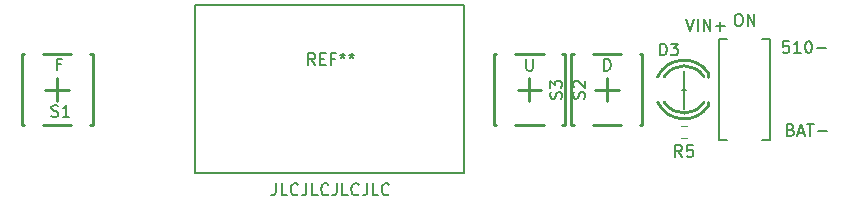
<source format=gbr>
G04 #@! TF.GenerationSoftware,KiCad,Pcbnew,5.1.0-unknown-9e240db~82~ubuntu18.04.1*
G04 #@! TF.CreationDate,2019-04-08T01:00:59+02:00*
G04 #@! TF.ProjectId,VoltMax PWM,566f6c74-4d61-4782-9050-574d2e6b6963,rev?*
G04 #@! TF.SameCoordinates,Original*
G04 #@! TF.FileFunction,Legend,Top*
G04 #@! TF.FilePolarity,Positive*
%FSLAX46Y46*%
G04 Gerber Fmt 4.6, Leading zero omitted, Abs format (unit mm)*
G04 Created by KiCad (PCBNEW 5.1.0-unknown-9e240db~82~ubuntu18.04.1) date 2019-04-08 01:00:59*
%MOMM*%
%LPD*%
G04 APERTURE LIST*
%ADD10C,0.150000*%
%ADD11C,0.200000*%
%ADD12C,0.250000*%
%ADD13C,0.120000*%
G04 APERTURE END LIST*
D10*
X176126071Y-93752380D02*
X176316547Y-93752380D01*
X176411785Y-93800000D01*
X176507023Y-93895238D01*
X176554642Y-94085714D01*
X176554642Y-94419047D01*
X176507023Y-94609523D01*
X176411785Y-94704761D01*
X176316547Y-94752380D01*
X176126071Y-94752380D01*
X176030833Y-94704761D01*
X175935595Y-94609523D01*
X175887976Y-94419047D01*
X175887976Y-94085714D01*
X175935595Y-93895238D01*
X176030833Y-93800000D01*
X176126071Y-93752380D01*
X176983214Y-94752380D02*
X176983214Y-93752380D01*
X177554642Y-94752380D01*
X177554642Y-93752380D01*
X118828928Y-97996171D02*
X118495595Y-97996171D01*
X118495595Y-98519980D02*
X118495595Y-97519980D01*
X118971785Y-97519980D01*
X164818695Y-98552380D02*
X164818695Y-97552380D01*
X165056790Y-97552380D01*
X165199647Y-97600000D01*
X165294885Y-97695238D01*
X165342504Y-97790476D01*
X165390123Y-97980952D01*
X165390123Y-98123809D01*
X165342504Y-98314285D01*
X165294885Y-98409523D01*
X165199647Y-98504761D01*
X165056790Y-98552380D01*
X164818695Y-98552380D01*
X158245595Y-97552380D02*
X158245595Y-98361904D01*
X158293214Y-98457142D01*
X158340833Y-98504761D01*
X158436071Y-98552380D01*
X158626547Y-98552380D01*
X158721785Y-98504761D01*
X158769404Y-98457142D01*
X158817023Y-98361904D01*
X158817023Y-97552380D01*
X137054309Y-108098380D02*
X137054309Y-108812666D01*
X137006690Y-108955523D01*
X136911452Y-109050761D01*
X136768595Y-109098380D01*
X136673357Y-109098380D01*
X138006690Y-109098380D02*
X137530500Y-109098380D01*
X137530500Y-108098380D01*
X138911452Y-109003142D02*
X138863833Y-109050761D01*
X138720976Y-109098380D01*
X138625738Y-109098380D01*
X138482880Y-109050761D01*
X138387642Y-108955523D01*
X138340023Y-108860285D01*
X138292404Y-108669809D01*
X138292404Y-108526952D01*
X138340023Y-108336476D01*
X138387642Y-108241238D01*
X138482880Y-108146000D01*
X138625738Y-108098380D01*
X138720976Y-108098380D01*
X138863833Y-108146000D01*
X138911452Y-108193619D01*
X139625738Y-108098380D02*
X139625738Y-108812666D01*
X139578119Y-108955523D01*
X139482880Y-109050761D01*
X139340023Y-109098380D01*
X139244785Y-109098380D01*
X140578119Y-109098380D02*
X140101928Y-109098380D01*
X140101928Y-108098380D01*
X141482880Y-109003142D02*
X141435261Y-109050761D01*
X141292404Y-109098380D01*
X141197166Y-109098380D01*
X141054309Y-109050761D01*
X140959071Y-108955523D01*
X140911452Y-108860285D01*
X140863833Y-108669809D01*
X140863833Y-108526952D01*
X140911452Y-108336476D01*
X140959071Y-108241238D01*
X141054309Y-108146000D01*
X141197166Y-108098380D01*
X141292404Y-108098380D01*
X141435261Y-108146000D01*
X141482880Y-108193619D01*
X142197166Y-108098380D02*
X142197166Y-108812666D01*
X142149547Y-108955523D01*
X142054309Y-109050761D01*
X141911452Y-109098380D01*
X141816214Y-109098380D01*
X143149547Y-109098380D02*
X142673357Y-109098380D01*
X142673357Y-108098380D01*
X144054309Y-109003142D02*
X144006690Y-109050761D01*
X143863833Y-109098380D01*
X143768595Y-109098380D01*
X143625738Y-109050761D01*
X143530500Y-108955523D01*
X143482880Y-108860285D01*
X143435261Y-108669809D01*
X143435261Y-108526952D01*
X143482880Y-108336476D01*
X143530500Y-108241238D01*
X143625738Y-108146000D01*
X143768595Y-108098380D01*
X143863833Y-108098380D01*
X144006690Y-108146000D01*
X144054309Y-108193619D01*
X144768595Y-108098380D02*
X144768595Y-108812666D01*
X144720976Y-108955523D01*
X144625738Y-109050761D01*
X144482880Y-109098380D01*
X144387642Y-109098380D01*
X145720976Y-109098380D02*
X145244785Y-109098380D01*
X145244785Y-108098380D01*
X146625738Y-109003142D02*
X146578119Y-109050761D01*
X146435261Y-109098380D01*
X146340023Y-109098380D01*
X146197166Y-109050761D01*
X146101928Y-108955523D01*
X146054309Y-108860285D01*
X146006690Y-108669809D01*
X146006690Y-108526952D01*
X146054309Y-108336476D01*
X146101928Y-108241238D01*
X146197166Y-108146000D01*
X146340023Y-108098380D01*
X146435261Y-108098380D01*
X146578119Y-108146000D01*
X146625738Y-108193619D01*
X152978100Y-92991600D02*
X130178100Y-92991600D01*
X130178100Y-92991600D02*
X130178100Y-107251600D01*
X130178100Y-107251600D02*
X152978100Y-107251600D01*
X152978100Y-107251600D02*
X152978100Y-92991600D01*
D11*
X175230000Y-104441000D02*
X174580000Y-104441000D01*
X175230000Y-95839000D02*
X174580000Y-95839000D01*
X178880000Y-104441000D02*
X178230000Y-104441000D01*
X174580000Y-95839000D02*
X174580000Y-104441000D01*
X178880000Y-95839000D02*
X178880000Y-104441000D01*
X178880000Y-95839000D02*
X178230000Y-95839000D01*
D10*
X171801000Y-100144000D02*
X171439000Y-100144000D01*
X171619000Y-101766000D02*
X171621000Y-98535000D01*
D12*
X173670000Y-99054000D02*
X173670000Y-98735000D01*
X173670000Y-101533000D02*
X173670000Y-101214000D01*
X169918194Y-99067201D02*
G75*
G02X173293330Y-99054000I1691806J-1076799D01*
G01*
X169936379Y-101229124D02*
G75*
G03X173293330Y-101214000I1673621J1085124D01*
G01*
X169358107Y-99068291D02*
G75*
G02X173670000Y-98735251I2251893J-1075709D01*
G01*
X169375410Y-101229739D02*
G75*
G03X173670000Y-101532749I2234590J1085739D01*
G01*
D13*
X171380000Y-104210000D02*
X171820000Y-104210000D01*
X171380000Y-103190000D02*
X171820000Y-103190000D01*
D12*
X121523000Y-97144000D02*
X121323000Y-97144000D01*
X121523000Y-97144000D02*
X121523000Y-103144000D01*
X115523000Y-97144000D02*
X115523000Y-103144000D01*
X119723000Y-97144000D02*
X117323000Y-97144000D01*
X119723000Y-103144000D02*
X117323000Y-103144000D01*
X121523000Y-103144000D02*
X121323000Y-103144000D01*
X115523000Y-97144000D02*
X115723000Y-97144000D01*
X115523000Y-103144000D02*
X115723000Y-103144000D01*
X119523000Y-100144000D02*
X117523000Y-100144000D01*
X118523000Y-99144000D02*
X118523000Y-101144000D01*
X161510000Y-97150000D02*
X161310000Y-97150000D01*
X161510000Y-97150000D02*
X161510000Y-103150000D01*
X155510000Y-97150000D02*
X155510000Y-103150000D01*
X159710000Y-97150000D02*
X157310000Y-97150000D01*
X159710000Y-103150000D02*
X157310000Y-103150000D01*
X161510000Y-103150000D02*
X161310000Y-103150000D01*
X155510000Y-97150000D02*
X155710000Y-97150000D01*
X155510000Y-103150000D02*
X155710000Y-103150000D01*
X159510000Y-100150000D02*
X157510000Y-100150000D01*
X158510000Y-99150000D02*
X158510000Y-101150000D01*
X165070000Y-101150000D02*
X165070000Y-99150000D01*
X164070000Y-100150000D02*
X166070000Y-100150000D01*
X168070000Y-97150000D02*
X167870000Y-97150000D01*
X168070000Y-103150000D02*
X167870000Y-103150000D01*
X162070000Y-97150000D02*
X162270000Y-97150000D01*
X163870000Y-97150000D02*
X166270000Y-97150000D01*
X163870000Y-103150000D02*
X166270000Y-103150000D01*
X168070000Y-103150000D02*
X168070000Y-97150000D01*
X162070000Y-103150000D02*
X162070000Y-97150000D01*
X162070000Y-103150000D02*
X162270000Y-103150000D01*
D10*
X140366666Y-98062380D02*
X140033333Y-97586190D01*
X139795238Y-98062380D02*
X139795238Y-97062380D01*
X140176190Y-97062380D01*
X140271428Y-97110000D01*
X140319047Y-97157619D01*
X140366666Y-97252857D01*
X140366666Y-97395714D01*
X140319047Y-97490952D01*
X140271428Y-97538571D01*
X140176190Y-97586190D01*
X139795238Y-97586190D01*
X140795238Y-97538571D02*
X141128571Y-97538571D01*
X141271428Y-98062380D02*
X140795238Y-98062380D01*
X140795238Y-97062380D01*
X141271428Y-97062380D01*
X142033333Y-97538571D02*
X141700000Y-97538571D01*
X141700000Y-98062380D02*
X141700000Y-97062380D01*
X142176190Y-97062380D01*
X142700000Y-97062380D02*
X142700000Y-97300476D01*
X142461904Y-97205238D02*
X142700000Y-97300476D01*
X142938095Y-97205238D01*
X142557142Y-97490952D02*
X142700000Y-97300476D01*
X142842857Y-97490952D01*
X143461904Y-97062380D02*
X143461904Y-97300476D01*
X143223809Y-97205238D02*
X143461904Y-97300476D01*
X143700000Y-97205238D01*
X143319047Y-97490952D02*
X143461904Y-97300476D01*
X143604761Y-97490952D01*
X180466666Y-96042380D02*
X179990476Y-96042380D01*
X179942857Y-96518571D01*
X179990476Y-96470952D01*
X180085714Y-96423333D01*
X180323809Y-96423333D01*
X180419047Y-96470952D01*
X180466666Y-96518571D01*
X180514285Y-96613809D01*
X180514285Y-96851904D01*
X180466666Y-96947142D01*
X180419047Y-96994761D01*
X180323809Y-97042380D01*
X180085714Y-97042380D01*
X179990476Y-96994761D01*
X179942857Y-96947142D01*
X181466666Y-97042380D02*
X180895238Y-97042380D01*
X181180952Y-97042380D02*
X181180952Y-96042380D01*
X181085714Y-96185238D01*
X180990476Y-96280476D01*
X180895238Y-96328095D01*
X182085714Y-96042380D02*
X182180952Y-96042380D01*
X182276190Y-96090000D01*
X182323809Y-96137619D01*
X182371428Y-96232857D01*
X182419047Y-96423333D01*
X182419047Y-96661428D01*
X182371428Y-96851904D01*
X182323809Y-96947142D01*
X182276190Y-96994761D01*
X182180952Y-97042380D01*
X182085714Y-97042380D01*
X181990476Y-96994761D01*
X181942857Y-96947142D01*
X181895238Y-96851904D01*
X181847619Y-96661428D01*
X181847619Y-96423333D01*
X181895238Y-96232857D01*
X181942857Y-96137619D01*
X181990476Y-96090000D01*
X182085714Y-96042380D01*
X182847619Y-96661428D02*
X183609523Y-96661428D01*
X180642857Y-103548571D02*
X180785714Y-103596190D01*
X180833333Y-103643809D01*
X180880952Y-103739047D01*
X180880952Y-103881904D01*
X180833333Y-103977142D01*
X180785714Y-104024761D01*
X180690476Y-104072380D01*
X180309523Y-104072380D01*
X180309523Y-103072380D01*
X180642857Y-103072380D01*
X180738095Y-103120000D01*
X180785714Y-103167619D01*
X180833333Y-103262857D01*
X180833333Y-103358095D01*
X180785714Y-103453333D01*
X180738095Y-103500952D01*
X180642857Y-103548571D01*
X180309523Y-103548571D01*
X181261904Y-103786666D02*
X181738095Y-103786666D01*
X181166666Y-104072380D02*
X181500000Y-103072380D01*
X181833333Y-104072380D01*
X182023809Y-103072380D02*
X182595238Y-103072380D01*
X182309523Y-104072380D02*
X182309523Y-103072380D01*
X182928571Y-103691428D02*
X183690476Y-103691428D01*
X169561904Y-97252380D02*
X169561904Y-96252380D01*
X169800000Y-96252380D01*
X169942857Y-96300000D01*
X170038095Y-96395238D01*
X170085714Y-96490476D01*
X170133333Y-96680952D01*
X170133333Y-96823809D01*
X170085714Y-97014285D01*
X170038095Y-97109523D01*
X169942857Y-97204761D01*
X169800000Y-97252380D01*
X169561904Y-97252380D01*
X170466666Y-96252380D02*
X171085714Y-96252380D01*
X170752380Y-96633333D01*
X170895238Y-96633333D01*
X170990476Y-96680952D01*
X171038095Y-96728571D01*
X171085714Y-96823809D01*
X171085714Y-97061904D01*
X171038095Y-97157142D01*
X170990476Y-97204761D01*
X170895238Y-97252380D01*
X170609523Y-97252380D01*
X170514285Y-97204761D01*
X170466666Y-97157142D01*
X171785714Y-94152380D02*
X172119047Y-95152380D01*
X172452380Y-94152380D01*
X172785714Y-95152380D02*
X172785714Y-94152380D01*
X173261904Y-95152380D02*
X173261904Y-94152380D01*
X173833333Y-95152380D01*
X173833333Y-94152380D01*
X174309523Y-94771428D02*
X175071428Y-94771428D01*
X174690476Y-95152380D02*
X174690476Y-94390476D01*
X171433333Y-105852380D02*
X171100000Y-105376190D01*
X170861904Y-105852380D02*
X170861904Y-104852380D01*
X171242857Y-104852380D01*
X171338095Y-104900000D01*
X171385714Y-104947619D01*
X171433333Y-105042857D01*
X171433333Y-105185714D01*
X171385714Y-105280952D01*
X171338095Y-105328571D01*
X171242857Y-105376190D01*
X170861904Y-105376190D01*
X172338095Y-104852380D02*
X171861904Y-104852380D01*
X171814285Y-105328571D01*
X171861904Y-105280952D01*
X171957142Y-105233333D01*
X172195238Y-105233333D01*
X172290476Y-105280952D01*
X172338095Y-105328571D01*
X172385714Y-105423809D01*
X172385714Y-105661904D01*
X172338095Y-105757142D01*
X172290476Y-105804761D01*
X172195238Y-105852380D01*
X171957142Y-105852380D01*
X171861904Y-105804761D01*
X171814285Y-105757142D01*
X118038095Y-102404761D02*
X118180952Y-102452380D01*
X118419047Y-102452380D01*
X118514285Y-102404761D01*
X118561904Y-102357142D01*
X118609523Y-102261904D01*
X118609523Y-102166666D01*
X118561904Y-102071428D01*
X118514285Y-102023809D01*
X118419047Y-101976190D01*
X118228571Y-101928571D01*
X118133333Y-101880952D01*
X118085714Y-101833333D01*
X118038095Y-101738095D01*
X118038095Y-101642857D01*
X118085714Y-101547619D01*
X118133333Y-101500000D01*
X118228571Y-101452380D01*
X118466666Y-101452380D01*
X118609523Y-101500000D01*
X119561904Y-102452380D02*
X118990476Y-102452380D01*
X119276190Y-102452380D02*
X119276190Y-101452380D01*
X119180952Y-101595238D01*
X119085714Y-101690476D01*
X118990476Y-101738095D01*
X163164761Y-100911904D02*
X163212380Y-100769047D01*
X163212380Y-100530952D01*
X163164761Y-100435714D01*
X163117142Y-100388095D01*
X163021904Y-100340476D01*
X162926666Y-100340476D01*
X162831428Y-100388095D01*
X162783809Y-100435714D01*
X162736190Y-100530952D01*
X162688571Y-100721428D01*
X162640952Y-100816666D01*
X162593333Y-100864285D01*
X162498095Y-100911904D01*
X162402857Y-100911904D01*
X162307619Y-100864285D01*
X162260000Y-100816666D01*
X162212380Y-100721428D01*
X162212380Y-100483333D01*
X162260000Y-100340476D01*
X162307619Y-99959523D02*
X162260000Y-99911904D01*
X162212380Y-99816666D01*
X162212380Y-99578571D01*
X162260000Y-99483333D01*
X162307619Y-99435714D01*
X162402857Y-99388095D01*
X162498095Y-99388095D01*
X162640952Y-99435714D01*
X163212380Y-100007142D01*
X163212380Y-99388095D01*
X161224761Y-100911904D02*
X161272380Y-100769047D01*
X161272380Y-100530952D01*
X161224761Y-100435714D01*
X161177142Y-100388095D01*
X161081904Y-100340476D01*
X160986666Y-100340476D01*
X160891428Y-100388095D01*
X160843809Y-100435714D01*
X160796190Y-100530952D01*
X160748571Y-100721428D01*
X160700952Y-100816666D01*
X160653333Y-100864285D01*
X160558095Y-100911904D01*
X160462857Y-100911904D01*
X160367619Y-100864285D01*
X160320000Y-100816666D01*
X160272380Y-100721428D01*
X160272380Y-100483333D01*
X160320000Y-100340476D01*
X160272380Y-100007142D02*
X160272380Y-99388095D01*
X160653333Y-99721428D01*
X160653333Y-99578571D01*
X160700952Y-99483333D01*
X160748571Y-99435714D01*
X160843809Y-99388095D01*
X161081904Y-99388095D01*
X161177142Y-99435714D01*
X161224761Y-99483333D01*
X161272380Y-99578571D01*
X161272380Y-99864285D01*
X161224761Y-99959523D01*
X161177142Y-100007142D01*
M02*

</source>
